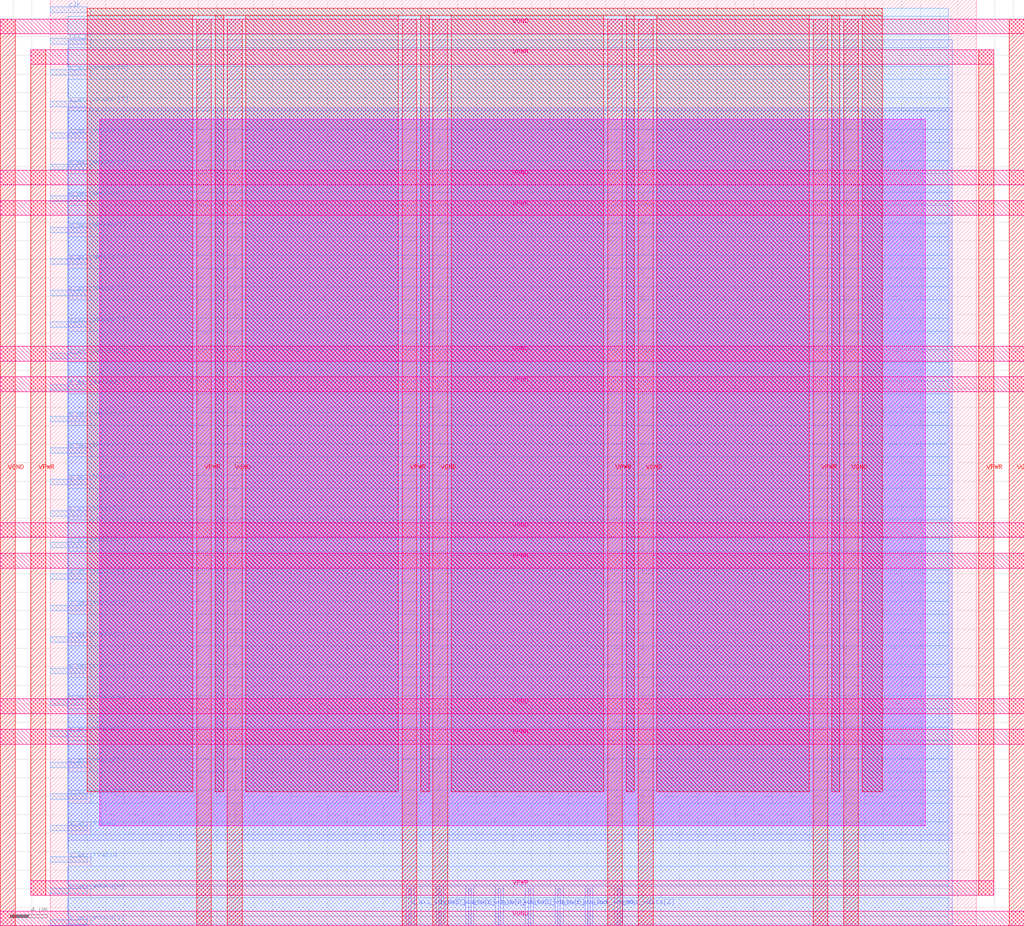
<source format=lef>
VERSION 5.7 ;
  NOWIREEXTENSIONATPIN ON ;
  DIVIDERCHAR "/" ;
  BUSBITCHARS "[]" ;
MACRO lfsr_axi_top
  CLASS BLOCK ;
  FOREIGN lfsr_axi_top ;
  ORIGIN 0.000 0.000 ;
  SIZE 100.000 BY 100.000 ;
  PIN VGND
    DIRECTION INOUT ;
    USE GROUND ;
    PORT
      LAYER met4 ;
        RECT -5.380 -0.020 -3.780 97.940 ;
    END
    PORT
      LAYER met5 ;
        RECT -5.380 -0.020 105.200 1.580 ;
    END
    PORT
      LAYER met5 ;
        RECT -5.380 96.340 105.200 97.940 ;
    END
    PORT
      LAYER met4 ;
        RECT 103.600 -0.020 105.200 97.940 ;
    END
    PORT
      LAYER met4 ;
        RECT 19.115 -0.020 20.715 97.940 ;
    END
    PORT
      LAYER met4 ;
        RECT 41.310 -0.020 42.910 97.940 ;
    END
    PORT
      LAYER met4 ;
        RECT 63.505 -0.020 65.105 97.940 ;
    END
    PORT
      LAYER met4 ;
        RECT 85.700 -0.020 87.300 97.940 ;
    END
    PORT
      LAYER met5 ;
        RECT -5.380 22.900 105.200 24.500 ;
    END
    PORT
      LAYER met5 ;
        RECT -5.380 41.940 105.200 43.540 ;
    END
    PORT
      LAYER met5 ;
        RECT -5.380 60.980 105.200 62.580 ;
    END
    PORT
      LAYER met5 ;
        RECT -5.380 80.020 105.200 81.620 ;
    END
  END VGND
  PIN VPWR
    DIRECTION INOUT ;
    USE POWER ;
    PORT
      LAYER met4 ;
        RECT -2.080 3.280 -0.480 94.640 ;
    END
    PORT
      LAYER met5 ;
        RECT -2.080 3.280 101.900 4.880 ;
    END
    PORT
      LAYER met5 ;
        RECT -2.080 93.040 101.900 94.640 ;
    END
    PORT
      LAYER met4 ;
        RECT 100.300 3.280 101.900 94.640 ;
    END
    PORT
      LAYER met4 ;
        RECT 15.815 -0.020 17.415 97.940 ;
    END
    PORT
      LAYER met4 ;
        RECT 38.010 -0.020 39.610 97.940 ;
    END
    PORT
      LAYER met4 ;
        RECT 60.205 -0.020 61.805 97.940 ;
    END
    PORT
      LAYER met4 ;
        RECT 82.400 -0.020 84.000 97.940 ;
    END
    PORT
      LAYER met5 ;
        RECT -5.380 19.600 105.200 21.200 ;
    END
    PORT
      LAYER met5 ;
        RECT -5.380 38.640 105.200 40.240 ;
    END
    PORT
      LAYER met5 ;
        RECT -5.380 57.680 105.200 59.280 ;
    END
    PORT
      LAYER met5 ;
        RECT -5.380 76.720 105.200 78.320 ;
    END
  END VPWR
  PIN clk
    DIRECTION INPUT ;
    USE SIGNAL ;
    ANTENNAGATEAREA 0.852000 ;
    ANTENNADIFFAREA 0.434700 ;
    PORT
      LAYER met3 ;
        RECT 0.000 98.640 4.000 99.240 ;
    END
  END clk
  PIN rst_n
    DIRECTION INPUT ;
    USE SIGNAL ;
    ANTENNAGATEAREA 0.159000 ;
    ANTENNADIFFAREA 0.434700 ;
    PORT
      LAYER met3 ;
        RECT 0.000 95.240 4.000 95.840 ;
    END
  END rst_n
  PIN s_axi_araddr[0]
    DIRECTION INPUT ;
    USE SIGNAL ;
    ANTENNAGATEAREA 0.196500 ;
    ANTENNADIFFAREA 0.434700 ;
    PORT
      LAYER met3 ;
        RECT 0.000 91.840 4.000 92.440 ;
    END
  END s_axi_araddr[0]
  PIN s_axi_araddr[1]
    DIRECTION INPUT ;
    USE SIGNAL ;
    ANTENNAGATEAREA 0.196500 ;
    ANTENNADIFFAREA 0.434700 ;
    PORT
      LAYER met3 ;
        RECT 0.000 88.440 4.000 89.040 ;
    END
  END s_axi_araddr[1]
  PIN s_axi_araddr[2]
    DIRECTION INPUT ;
    USE SIGNAL ;
    ANTENNAGATEAREA 0.196500 ;
    ANTENNADIFFAREA 0.434700 ;
    PORT
      LAYER met3 ;
        RECT 0.000 85.040 4.000 85.640 ;
    END
  END s_axi_araddr[2]
  PIN s_axi_araddr[3]
    DIRECTION INPUT ;
    USE SIGNAL ;
    ANTENNAGATEAREA 0.247500 ;
    ANTENNADIFFAREA 0.434700 ;
    PORT
      LAYER met3 ;
        RECT 0.000 81.640 4.000 82.240 ;
    END
  END s_axi_araddr[3]
  PIN s_axi_arready
    DIRECTION OUTPUT ;
    USE SIGNAL ;
    ANTENNADIFFAREA 0.891000 ;
    PORT
      LAYER met3 ;
        RECT 0.000 78.240 4.000 78.840 ;
    END
  END s_axi_arready
  PIN s_axi_arvalid
    DIRECTION INPUT ;
    USE SIGNAL ;
    ANTENNAGATEAREA 0.159000 ;
    ANTENNADIFFAREA 0.434700 ;
    PORT
      LAYER met3 ;
        RECT 0.000 74.840 4.000 75.440 ;
    END
  END s_axi_arvalid
  PIN s_axi_awaddr[0]
    DIRECTION INPUT ;
    USE SIGNAL ;
    ANTENNAGATEAREA 0.196500 ;
    ANTENNADIFFAREA 0.434700 ;
    PORT
      LAYER met3 ;
        RECT 0.000 71.440 4.000 72.040 ;
    END
  END s_axi_awaddr[0]
  PIN s_axi_awaddr[1]
    DIRECTION INPUT ;
    USE SIGNAL ;
    ANTENNAGATEAREA 0.196500 ;
    ANTENNADIFFAREA 0.434700 ;
    PORT
      LAYER met3 ;
        RECT 0.000 68.040 4.000 68.640 ;
    END
  END s_axi_awaddr[1]
  PIN s_axi_awaddr[2]
    DIRECTION INPUT ;
    USE SIGNAL ;
    ANTENNAGATEAREA 0.196500 ;
    ANTENNADIFFAREA 0.434700 ;
    PORT
      LAYER met3 ;
        RECT 0.000 64.640 4.000 65.240 ;
    END
  END s_axi_awaddr[2]
  PIN s_axi_awaddr[3]
    DIRECTION INPUT ;
    USE SIGNAL ;
    ANTENNAGATEAREA 0.196500 ;
    ANTENNADIFFAREA 0.434700 ;
    PORT
      LAYER met3 ;
        RECT 0.000 61.240 4.000 61.840 ;
    END
  END s_axi_awaddr[3]
  PIN s_axi_awready
    DIRECTION OUTPUT ;
    USE SIGNAL ;
    ANTENNADIFFAREA 0.891000 ;
    PORT
      LAYER met3 ;
        RECT 0.000 57.840 4.000 58.440 ;
    END
  END s_axi_awready
  PIN s_axi_awvalid
    DIRECTION INPUT ;
    USE SIGNAL ;
    ANTENNAGATEAREA 0.196500 ;
    ANTENNADIFFAREA 0.434700 ;
    PORT
      LAYER met3 ;
        RECT 0.000 54.440 4.000 55.040 ;
    END
  END s_axi_awvalid
  PIN s_axi_bready
    DIRECTION INPUT ;
    USE SIGNAL ;
    ANTENNAGATEAREA 0.159000 ;
    ANTENNADIFFAREA 0.434700 ;
    PORT
      LAYER met3 ;
        RECT 0.000 51.040 4.000 51.640 ;
    END
  END s_axi_bready
  PIN s_axi_bresp[0]
    DIRECTION OUTPUT ;
    USE SIGNAL ;
    PORT
      LAYER met3 ;
        RECT 0.000 47.640 4.000 48.240 ;
    END
  END s_axi_bresp[0]
  PIN s_axi_bresp[1]
    DIRECTION OUTPUT ;
    USE SIGNAL ;
    PORT
      LAYER met3 ;
        RECT 0.000 44.240 4.000 44.840 ;
    END
  END s_axi_bresp[1]
  PIN s_axi_bvalid
    DIRECTION OUTPUT ;
    USE SIGNAL ;
    ANTENNADIFFAREA 0.891000 ;
    PORT
      LAYER met3 ;
        RECT 0.000 40.840 4.000 41.440 ;
    END
  END s_axi_bvalid
  PIN s_axi_rdata[0]
    DIRECTION OUTPUT ;
    USE SIGNAL ;
    ANTENNADIFFAREA 0.891000 ;
    PORT
      LAYER met3 ;
        RECT 0.000 37.440 4.000 38.040 ;
    END
  END s_axi_rdata[0]
  PIN s_axi_rdata[1]
    DIRECTION OUTPUT ;
    USE SIGNAL ;
    ANTENNADIFFAREA 0.891000 ;
    PORT
      LAYER met3 ;
        RECT 0.000 34.040 4.000 34.640 ;
    END
  END s_axi_rdata[1]
  PIN s_axi_rdata[2]
    DIRECTION OUTPUT ;
    USE SIGNAL ;
    ANTENNADIFFAREA 0.891000 ;
    PORT
      LAYER met3 ;
        RECT 0.000 30.640 4.000 31.240 ;
    END
  END s_axi_rdata[2]
  PIN s_axi_rdata[3]
    DIRECTION OUTPUT ;
    USE SIGNAL ;
    ANTENNADIFFAREA 0.891000 ;
    PORT
      LAYER met3 ;
        RECT 0.000 27.240 4.000 27.840 ;
    END
  END s_axi_rdata[3]
  PIN s_axi_rdata[4]
    DIRECTION OUTPUT ;
    USE SIGNAL ;
    ANTENNADIFFAREA 0.891000 ;
    PORT
      LAYER met3 ;
        RECT 0.000 23.840 4.000 24.440 ;
    END
  END s_axi_rdata[4]
  PIN s_axi_rdata[5]
    DIRECTION OUTPUT ;
    USE SIGNAL ;
    ANTENNADIFFAREA 0.891000 ;
    PORT
      LAYER met3 ;
        RECT 0.000 20.440 4.000 21.040 ;
    END
  END s_axi_rdata[5]
  PIN s_axi_rdata[6]
    DIRECTION OUTPUT ;
    USE SIGNAL ;
    ANTENNADIFFAREA 0.891000 ;
    PORT
      LAYER met3 ;
        RECT 0.000 17.040 4.000 17.640 ;
    END
  END s_axi_rdata[6]
  PIN s_axi_rdata[7]
    DIRECTION OUTPUT ;
    USE SIGNAL ;
    ANTENNADIFFAREA 0.891000 ;
    PORT
      LAYER met3 ;
        RECT 0.000 13.640 4.000 14.240 ;
    END
  END s_axi_rdata[7]
  PIN s_axi_rready
    DIRECTION INPUT ;
    USE SIGNAL ;
    ANTENNAGATEAREA 0.196500 ;
    ANTENNADIFFAREA 0.434700 ;
    PORT
      LAYER met3 ;
        RECT 0.000 10.240 4.000 10.840 ;
    END
  END s_axi_rready
  PIN s_axi_rvalid
    DIRECTION OUTPUT ;
    USE SIGNAL ;
    ANTENNADIFFAREA 0.891000 ;
    PORT
      LAYER met3 ;
        RECT 0.000 6.840 4.000 7.440 ;
    END
  END s_axi_rvalid
  PIN s_axi_wdata[0]
    DIRECTION INPUT ;
    USE SIGNAL ;
    ANTENNAGATEAREA 0.159000 ;
    ANTENNADIFFAREA 0.434700 ;
    PORT
      LAYER met3 ;
        RECT 0.000 3.440 4.000 4.040 ;
    END
  END s_axi_wdata[0]
  PIN s_axi_wdata[1]
    DIRECTION INPUT ;
    USE SIGNAL ;
    ANTENNAGATEAREA 0.159000 ;
    ANTENNADIFFAREA 0.434700 ;
    PORT
      LAYER met3 ;
        RECT 0.000 0.040 4.000 0.640 ;
    END
  END s_axi_wdata[1]
  PIN s_axi_wdata[2]
    DIRECTION INPUT ;
    USE SIGNAL ;
    ANTENNAGATEAREA 0.196500 ;
    ANTENNADIFFAREA 0.434700 ;
    PORT
      LAYER met2 ;
        RECT 61.270 0.000 61.550 4.000 ;
    END
  END s_axi_wdata[2]
  PIN s_axi_wdata[3]
    DIRECTION INPUT ;
    USE SIGNAL ;
    ANTENNAGATEAREA 0.159000 ;
    ANTENNADIFFAREA 0.434700 ;
    PORT
      LAYER met2 ;
        RECT 48.390 0.000 48.670 4.000 ;
    END
  END s_axi_wdata[3]
  PIN s_axi_wdata[4]
    DIRECTION INPUT ;
    USE SIGNAL ;
    ANTENNAGATEAREA 0.159000 ;
    ANTENNADIFFAREA 0.434700 ;
    PORT
      LAYER met2 ;
        RECT 45.170 0.000 45.450 4.000 ;
    END
  END s_axi_wdata[4]
  PIN s_axi_wdata[5]
    DIRECTION INPUT ;
    USE SIGNAL ;
    ANTENNAGATEAREA 0.159000 ;
    ANTENNADIFFAREA 0.434700 ;
    PORT
      LAYER met2 ;
        RECT 51.610 0.000 51.890 4.000 ;
    END
  END s_axi_wdata[5]
  PIN s_axi_wdata[6]
    DIRECTION INPUT ;
    USE SIGNAL ;
    ANTENNAGATEAREA 0.196500 ;
    ANTENNADIFFAREA 0.434700 ;
    PORT
      LAYER met2 ;
        RECT 41.950 0.000 42.230 4.000 ;
    END
  END s_axi_wdata[6]
  PIN s_axi_wdata[7]
    DIRECTION INPUT ;
    USE SIGNAL ;
    ANTENNAGATEAREA 0.196500 ;
    ANTENNADIFFAREA 0.434700 ;
    PORT
      LAYER met2 ;
        RECT 38.730 0.000 39.010 4.000 ;
    END
  END s_axi_wdata[7]
  PIN s_axi_wready
    DIRECTION OUTPUT ;
    USE SIGNAL ;
    ANTENNADIFFAREA 0.891000 ;
    PORT
      LAYER met2 ;
        RECT 58.050 0.000 58.330 4.000 ;
    END
  END s_axi_wready
  PIN s_axi_wvalid
    DIRECTION INPUT ;
    USE SIGNAL ;
    ANTENNAGATEAREA 0.196500 ;
    ANTENNADIFFAREA 0.434700 ;
    PORT
      LAYER met2 ;
        RECT 54.830 0.000 55.110 4.000 ;
    END
  END s_axi_wvalid
  OBS
      LAYER nwell ;
        RECT 5.330 10.795 94.490 87.125 ;
      LAYER li1 ;
        RECT 5.520 10.795 94.300 87.125 ;
      LAYER met1 ;
        RECT 1.910 9.220 97.450 88.360 ;
      LAYER met2 ;
        RECT 1.930 4.280 97.420 95.725 ;
        RECT 1.930 0.155 38.450 4.280 ;
        RECT 39.290 0.155 41.670 4.280 ;
        RECT 42.510 0.155 44.890 4.280 ;
        RECT 45.730 0.155 48.110 4.280 ;
        RECT 48.950 0.155 51.330 4.280 ;
        RECT 52.170 0.155 54.550 4.280 ;
        RECT 55.390 0.155 57.770 4.280 ;
        RECT 58.610 0.155 60.990 4.280 ;
        RECT 61.830 0.155 97.420 4.280 ;
      LAYER met3 ;
        RECT 4.400 98.240 96.995 99.100 ;
        RECT 1.905 96.240 96.995 98.240 ;
        RECT 4.400 94.840 96.995 96.240 ;
        RECT 1.905 92.840 96.995 94.840 ;
        RECT 4.400 91.440 96.995 92.840 ;
        RECT 1.905 89.440 96.995 91.440 ;
        RECT 4.400 88.040 96.995 89.440 ;
        RECT 1.905 86.040 96.995 88.040 ;
        RECT 4.400 84.640 96.995 86.040 ;
        RECT 1.905 82.640 96.995 84.640 ;
        RECT 4.400 81.240 96.995 82.640 ;
        RECT 1.905 79.240 96.995 81.240 ;
        RECT 4.400 77.840 96.995 79.240 ;
        RECT 1.905 75.840 96.995 77.840 ;
        RECT 4.400 74.440 96.995 75.840 ;
        RECT 1.905 72.440 96.995 74.440 ;
        RECT 4.400 71.040 96.995 72.440 ;
        RECT 1.905 69.040 96.995 71.040 ;
        RECT 4.400 67.640 96.995 69.040 ;
        RECT 1.905 65.640 96.995 67.640 ;
        RECT 4.400 64.240 96.995 65.640 ;
        RECT 1.905 62.240 96.995 64.240 ;
        RECT 4.400 60.840 96.995 62.240 ;
        RECT 1.905 58.840 96.995 60.840 ;
        RECT 4.400 57.440 96.995 58.840 ;
        RECT 1.905 55.440 96.995 57.440 ;
        RECT 4.400 54.040 96.995 55.440 ;
        RECT 1.905 52.040 96.995 54.040 ;
        RECT 4.400 50.640 96.995 52.040 ;
        RECT 1.905 48.640 96.995 50.640 ;
        RECT 4.400 47.240 96.995 48.640 ;
        RECT 1.905 45.240 96.995 47.240 ;
        RECT 4.400 43.840 96.995 45.240 ;
        RECT 1.905 41.840 96.995 43.840 ;
        RECT 4.400 40.440 96.995 41.840 ;
        RECT 1.905 38.440 96.995 40.440 ;
        RECT 4.400 37.040 96.995 38.440 ;
        RECT 1.905 35.040 96.995 37.040 ;
        RECT 4.400 33.640 96.995 35.040 ;
        RECT 1.905 31.640 96.995 33.640 ;
        RECT 4.400 30.240 96.995 31.640 ;
        RECT 1.905 28.240 96.995 30.240 ;
        RECT 4.400 26.840 96.995 28.240 ;
        RECT 1.905 24.840 96.995 26.840 ;
        RECT 4.400 23.440 96.995 24.840 ;
        RECT 1.905 21.440 96.995 23.440 ;
        RECT 4.400 20.040 96.995 21.440 ;
        RECT 1.905 18.040 96.995 20.040 ;
        RECT 4.400 16.640 96.995 18.040 ;
        RECT 1.905 14.640 96.995 16.640 ;
        RECT 4.400 13.240 96.995 14.640 ;
        RECT 1.905 11.240 96.995 13.240 ;
        RECT 4.400 9.840 96.995 11.240 ;
        RECT 1.905 7.840 96.995 9.840 ;
        RECT 4.400 6.440 96.995 7.840 ;
        RECT 1.905 4.440 96.995 6.440 ;
        RECT 4.400 3.040 96.995 4.440 ;
        RECT 1.905 1.040 96.995 3.040 ;
        RECT 4.400 0.175 96.995 1.040 ;
      LAYER met4 ;
        RECT 3.975 98.340 89.865 99.105 ;
        RECT 3.975 14.455 15.415 98.340 ;
        RECT 17.815 14.455 18.715 98.340 ;
        RECT 21.115 14.455 37.610 98.340 ;
        RECT 40.010 14.455 40.910 98.340 ;
        RECT 43.310 14.455 59.805 98.340 ;
        RECT 62.205 14.455 63.105 98.340 ;
        RECT 65.505 14.455 82.000 98.340 ;
        RECT 84.400 14.455 85.300 98.340 ;
        RECT 87.700 14.455 89.865 98.340 ;
  END
END lfsr_axi_top
END LIBRARY


</source>
